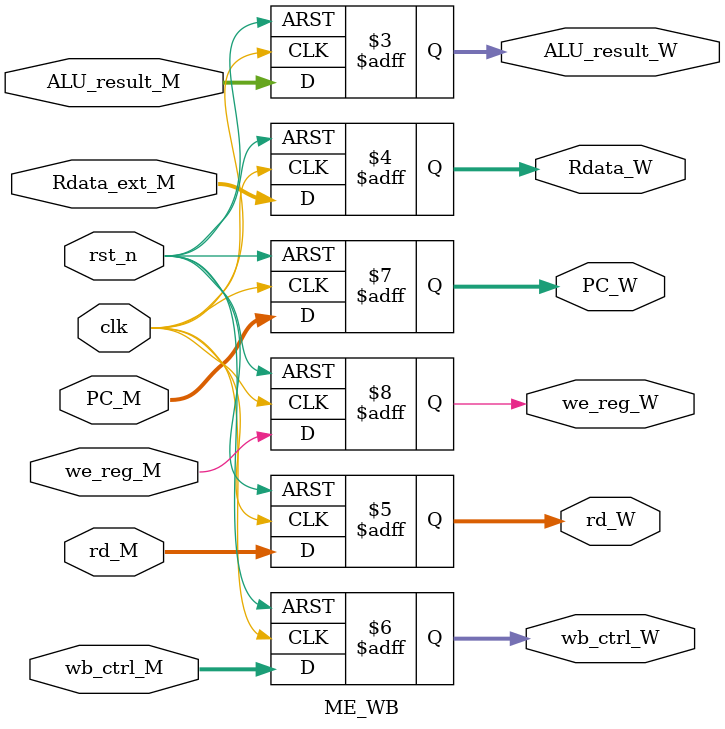
<source format=v>
module ME_WB(
    input               clk,
    input               rst_n,
    input       [31:0]  ALU_result_M,
    input       [31:0]  Rdata_ext_M,//from data memory（extended）
    input       [4:0]   rd_M,
    input       [1:0]   wb_ctrl_M,
    input       [31:0]  PC_M,
    input               we_reg_M,
    
    output reg  [31:0]  ALU_result_W,
    output reg  [31:0]  Rdata_W,
    output reg  [4:0]   rd_W,   
    output reg  [1:0]   wb_ctrl_W,
    output reg  [31:0]  PC_W,
    output reg          we_reg_W
    );  


    always @(posedge clk , negedge rst_n) begin
        if (!rst_n) begin
            ALU_result_W <= 32'b0;
            Rdata_W <= 32'b0;
            rd_W <= 5'b0;
            wb_ctrl_W <= 2'b0;
            we_reg_W <= 1'b0;
            PC_W <= 32'b0;
        end else begin
            ALU_result_W <= ALU_result_M;
            Rdata_W <= Rdata_ext_M;
            rd_W <= rd_M;   
            wb_ctrl_W <= wb_ctrl_M;
            we_reg_W <= we_reg_M;
            PC_W <= PC_M;
        end
    end
    
endmodule
</source>
